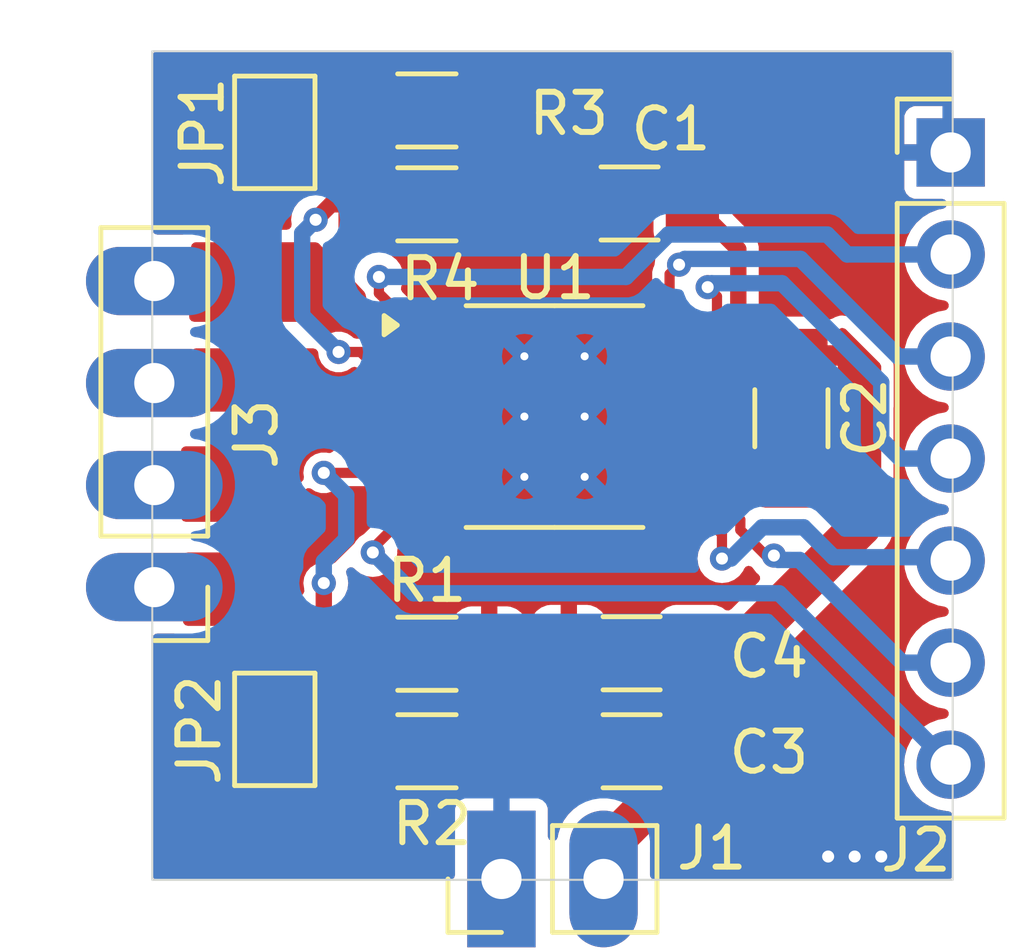
<source format=kicad_pcb>
(kicad_pcb (version 20240108) (generator "pcbnew") (generator_version "8.0")
  (layers (0 "F.Cu" signal) (31 "B.Cu" signal) (34 "B.Paste" user) (35 "F.Paste" user) (36 "B.SilkS" user "B.Silkscreen") (37 "F.SilkS" user "F.Silkscreen") (38 "B.Mask" user) (39 "F.Mask" user) (44 "Edge.Cuts" user))
  (net 0 "")
  (net 1 "GND")
  (net 2 "Net-(U1-VINT)")
  (net 3 "Net-(U1-VCP)")
  (net 4 "/VM")
  (net 5 "/BIN1")
  (net 6 "/AIN1")
  (net 7 "/BIN2")
  (net 8 "/AIN2")
  (net 9 "/~{SLEEP}")
  (net 10 "/~{FAULT}")
  (net 11 "/AOUT1")
  (net 12 "/BOUT1")
  (net 13 "/BOUT2")
  (net 14 "/AOUT2")
  (net 15 "Net-(JP1-A)")
  (net 16 "Net-(JP2-A)")
  (footprint "Connector_PinHeader_2.54mm:PinHeader_1x04_P2.54mm_Vertical" (layer "F.Cu") (at 29.0068 34.8996 180)
    (property "Reference" "J3" (at -2.54 3.81 -90) (layer "F.SilkS"))
    (property "Value" "Motor Out")
    (fp_line (start 1.33 1.27) (end 1.33 8.95) (stroke (width 0.12)) (layer "F.SilkS"))
    (fp_line (start -1.33 8.95) (end 1.33 8.95) (stroke (width 0.12)) (layer "F.SilkS"))
    (fp_line (start -1.33 1.27) (end 1.33 1.27) (stroke (width 0.12)) (layer "F.SilkS"))
    (fp_line (start -1.33 1.27) (end -1.33 8.95) (stroke (width 0.12)) (layer "F.SilkS"))
    (fp_line (start -1.33 0) (end -1.33 -1.33) (stroke (width 0.12)) (layer "F.SilkS"))
    (fp_line (start -1.33 -1.33) (end 0 -1.33) (stroke (width 0.12)) (layer "F.SilkS"))
    (pad "1" thru_hole oval (at 0 0 180) (size 3.4 1.7) (drill 1) (property pad_prop_castellated) (layers "*.Cu" "*.Mask") (net 12 "/BOUT1"))
    (pad "2" thru_hole oval (at 0 2.54 180) (size 3.4 1.7) (drill 1) (property pad_prop_castellated) (layers "*.Cu" "*.Mask") (net 13 "/BOUT2"))
    (pad "3" thru_hole oval (at 0 5.08 180) (size 3.4 1.7) (drill 1) (property pad_prop_castellated) (layers "*.Cu" "*.Mask") (net 14 "/AOUT2"))
    (pad "4" thru_hole oval (at 0 7.62 180) (size 3.4 1.7) (drill 1) (property pad_prop_castellated) (layers "*.Cu" "*.Mask") (net 11 "/AOUT1"))
  )
  (footprint "Package_SO:HTSSOP-16-1EP_4.4x5mm_P0.65mm_EP3.4x5mm_Mask2.46x2.31mm_ThermalVias" (layer "F.Cu") (at 38.9636 30.6536)
    (property "Reference" "U1" (at 0 -3.45 0) (layer "F.SilkS"))
    (property "Value" "DRV8833PWP")
    (fp_line (start 0 -2.76) (end -2.2 -2.76) (stroke (width 0.12)) (layer "F.SilkS"))
    (fp_line (start 0 -2.76) (end 2.2 -2.76) (stroke (width 0.12)) (layer "F.SilkS"))
    (fp_line (start 0 2.76) (end -2.2 2.76) (stroke (width 0.12)) (layer "F.SilkS"))
    (fp_line (start 0 2.76) (end 2.2 2.76) (stroke (width 0.12)) (layer "F.SilkS"))
    (fp_poly (pts (xy -3.91 -2.275) (xy -4.24 -2.515) (xy -4.24 -2.035) (xy -3.91 -2.275)) (stroke (width 0.12)) (fill solid) (layer "F.SilkS"))
    (pad "1" smd roundrect (at -2.8625 -2.275) (size 1.575 0.4) (layers "F.Cu" "F.Paste" "F.Mask") (net 9 "/~{SLEEP}"))
    (pad "2" smd roundrect (at -2.8625 -1.625) (size 1.575 0.4) (layers "F.Cu" "F.Paste" "F.Mask") (net 11 "/AOUT1"))
    (pad "3" smd roundrect (at -2.8625 -0.975) (size 1.575 0.4) (layers "F.Cu" "F.Paste" "F.Mask") (net 15 "Net-(JP1-A)"))
    (pad "4" smd roundrect (at -2.8625 -0.325) (size 1.575 0.4) (layers "F.Cu" "F.Paste" "F.Mask") (net 14 "/AOUT2"))
    (pad "5" smd roundrect (at -2.8625 0.325) (size 1.575 0.4) (layers "F.Cu" "F.Paste" "F.Mask") (net 13 "/BOUT2"))
    (pad "6" smd roundrect (at -2.8625 0.975) (size 1.575 0.4) (layers "F.Cu" "F.Paste" "F.Mask") (net 16 "Net-(JP2-A)"))
    (pad "7" smd roundrect (at -2.8625 1.625) (size 1.575 0.4) (layers "F.Cu" "F.Paste" "F.Mask") (net 12 "/BOUT1"))
    (pad "8" smd roundrect (at -2.8625 2.275) (size 1.575 0.4) (layers "F.Cu" "F.Paste" "F.Mask") (net 10 "/~{FAULT}"))
    (pad "9" smd roundrect (at 2.8625 2.275) (size 1.575 0.4) (layers "F.Cu" "F.Paste" "F.Mask") (net 5 "/BIN1"))
    (pad "10" smd roundrect (at 2.8625 1.625) (size 1.575 0.4) (layers "F.Cu" "F.Paste" "F.Mask") (net 7 "/BIN2"))
    (pad "11" smd roundrect (at 2.8625 0.975) (size 1.575 0.4) (layers "F.Cu" "F.Paste" "F.Mask") (net 3 "Net-(U1-VCP)"))
    (pad "12" smd roundrect (at 2.8625 0.325) (size 1.575 0.4) (layers "F.Cu" "F.Paste" "F.Mask") (net 4 "/VM"))
    (pad "13" smd roundrect (at 2.8625 -0.325) (size 1.575 0.4) (layers "F.Cu" "F.Paste" "F.Mask") (net 1 "GND"))
    (pad "14" smd roundrect (at 2.8625 -0.975) (size 1.575 0.4) (layers "F.Cu" "F.Paste" "F.Mask") (net 2 "Net-(U1-VINT)"))
    (pad "15" smd roundrect (at 2.8625 -1.625) (size 1.575 0.4) (layers "F.Cu" "F.Paste" "F.Mask") (net 8 "/AIN2"))
    (pad "16" smd roundrect (at 2.8625 -2.275) (size 1.575 0.4) (layers "F.Cu" "F.Paste" "F.Mask") (net 6 "/AIN1"))
    (pad "17" thru_hole circle (at -0.75 -1.5) (size 0.5 0.5) (drill 0.2) (property pad_prop_heatsink) (layers "*.Cu") (net 1 "GND"))
    (pad "17" thru_hole circle (at -0.75 0) (size 0.5 0.5) (drill 0.2) (property pad_prop_heatsink) (layers "*.Cu") (net 1 "GND"))
    (pad "17" thru_hole circle (at -0.75 1.5) (size 0.5 0.5) (drill 0.2) (property pad_prop_heatsink) (layers "*.Cu") (net 1 "GND"))
    (pad "17" smd rect (at 0 0) (size 2 3.5) (property pad_prop_heatsink) (layers "B.Cu") (net 1 "GND"))
    (pad "17" smd rect (at 0 0) (size 3.4 5) (property pad_prop_heatsink) (layers "F.Cu") (net 1 "GND"))
    (pad "17" thru_hole circle (at 0.75 -1.5) (size 0.5 0.5) (drill 0.2) (property pad_prop_heatsink) (layers "*.Cu") (net 1 "GND"))
    (pad "17" thru_hole circle (at 0.75 0) (size 0.5 0.5) (drill 0.2) (property pad_prop_heatsink) (layers "*.Cu") (net 1 "GND"))
    (pad "17" thru_hole circle (at 0.75 1.5) (size 0.5 0.5) (drill 0.2) (property pad_prop_heatsink) (layers "*.Cu") (net 1 "GND"))
  )
  (footprint "Resistor_SMD:R_1206_3216Metric_Pad1.30x1.75mm_HandSolder" (layer "F.Cu") (at 35.788 23.0336)
    (property "Reference" "R3" (at 3.5312 0.0804 0) (layer "F.SilkS"))
    (property "Value" "1R3")
    (fp_line (start -0.727064 -0.91) (end 0.727064 -0.91) (stroke (width 0.12)) (layer "F.SilkS"))
    (fp_line (start -0.727064 0.91) (end 0.727064 0.91) (stroke (width 0.12)) (layer "F.SilkS"))
    (pad "1" smd roundrect (at -1.55 0) (size 1.3 1.75) (layers "F.Cu" "F.Paste" "F.Mask") (roundrect_rratio 0.192308) (net 15 "Net-(JP1-A)"))
    (pad "2" smd roundrect (at 1.55 0) (size 1.3 1.75) (layers "F.Cu" "F.Paste" "F.Mask") (roundrect_rratio 0.192308) (net 1 "GND"))
  )
  (footprint "Resistor_SMD:R_1206_3216Metric_Pad1.30x1.75mm_HandSolder" (layer "F.Cu") (at 35.788 25.3704)
    (property "Reference" "R4" (at 0.3308 1.8584 0) (layer "F.SilkS"))
    (property "Value" "1R3")
    (fp_line (start -0.727064 -0.91) (end 0.727064 -0.91) (stroke (width 0.12)) (layer "F.SilkS"))
    (fp_line (start -0.727064 0.91) (end 0.727064 0.91) (stroke (width 0.12)) (layer "F.SilkS"))
    (pad "1" smd roundrect (at -1.55 0) (size 1.3 1.75) (layers "F.Cu" "F.Paste" "F.Mask") (roundrect_rratio 0.192308) (net 15 "Net-(JP1-A)"))
    (pad "2" smd roundrect (at 1.55 0) (size 1.3 1.75) (layers "F.Cu" "F.Paste" "F.Mask") (roundrect_rratio 0.192308) (net 1 "GND"))
  )
  (footprint "Connector_PinHeader_2.54mm:PinHeader_1x07_P2.54mm_Vertical" (layer "F.Cu") (at 48.8188 24.0792)
    (property "Reference" "J2" (at -0.8636 17.3736 0) (layer "F.SilkS"))
    (property "Value" "Command")
    (fp_line (start -1.33 -1.33) (end 0 -1.33) (stroke (width 0.12)) (layer "F.SilkS"))
    (fp_line (start -1.33 0) (end -1.33 -1.33) (stroke (width 0.12)) (layer "F.SilkS"))
    (fp_line (start -1.33 1.27) (end -1.33 16.57) (stroke (width 0.12)) (layer "F.SilkS"))
    (fp_line (start -1.33 1.27) (end 1.33 1.27) (stroke (width 0.12)) (layer "F.SilkS"))
    (fp_line (start -1.33 16.57) (end 1.33 16.57) (stroke (width 0.12)) (layer "F.SilkS"))
    (fp_line (start 1.33 1.27) (end 1.33 16.57) (stroke (width 0.12)) (layer "F.SilkS"))
    (pad "1" thru_hole rect (at 0 0) (size 1.7 1.7) (drill 1) (property pad_prop_castellated) (layers "*.Cu" "*.Mask") (net 1 "GND"))
    (pad "2" thru_hole oval (at 0 2.54) (size 1.7 1.7) (drill 1) (property pad_prop_castellated) (layers "*.Cu" "*.Mask") (net 9 "/~{SLEEP}"))
    (pad "3" thru_hole oval (at 0 5.08) (size 1.7 1.7) (drill 1) (property pad_prop_castellated) (layers "*.Cu" "*.Mask") (net 6 "/AIN1"))
    (pad "4" thru_hole oval (at 0 7.62) (size 1.7 1.7) (drill 1) (property pad_prop_castellated) (layers "*.Cu" "*.Mask") (net 8 "/AIN2"))
    (pad "5" thru_hole oval (at 0 10.16) (size 1.7 1.7) (drill 1) (property pad_prop_castellated) (layers "*.Cu" "*.Mask") (net 5 "/BIN1"))
    (pad "6" thru_hole oval (at 0 12.7) (size 1.7 1.7) (drill 1) (property pad_prop_castellated) (layers "*.Cu" "*.Mask") (net 7 "/BIN2"))
    (pad "7" thru_hole oval (at 0 15.24) (size 1.7 1.7) (drill 1) (property pad_prop_castellated) (layers "*.Cu" "*.Mask") (net 10 "/~{FAULT}"))
  )
  (footprint "Connector_PinHeader_2.54mm:PinHeader_1x02_P2.54mm_Vertical" (layer "F.Cu") (at 37.6428 42.164 90)
    (property "Reference" "J1" (at 0.762 5.2324 0) (layer "F.SilkS"))
    (property "Value" "Power Input")
    (fp_line (start -1.33 -1.33) (end 0 -1.33) (stroke (width 0.12)) (layer "F.SilkS"))
    (fp_line (start -1.33 0) (end -1.33 -1.33) (stroke (width 0.12)) (layer "F.SilkS"))
    (fp_line (start 1.33 1.27) (end 1.33 3.87) (stroke (width 0.12)) (layer "F.SilkS"))
    (fp_line (start -1.33 1.27) (end 1.33 1.27) (stroke (width 0.12)) (layer "F.SilkS"))
    (fp_line (start -1.33 1.27) (end -1.33 3.87) (stroke (width 0.12)) (layer "F.SilkS"))
    (fp_line (start -1.33 3.87) (end 1.33 3.87) (stroke (width 0.12)) (layer "F.SilkS"))
    (pad "1" thru_hole rect (at 0 0 90) (size 3.4 1.7) (drill 1) (property pad_prop_castellated) (layers "*.Cu" "*.Mask") (net 1 "GND"))
    (pad "2" thru_hole oval (at 0 2.54 90) (size 3.4 1.7) (drill 1) (property pad_prop_castellated) (layers "*.Cu" "*.Mask") (net 4 "/VM"))
  )
  (footprint "Capacitor_SMD:C_1206_3216Metric_Pad1.33x1.80mm_HandSolder" (layer "F.Cu") (at 40.8817 36.5464 180)
    (property "Reference" "C4" (at -3.4159 -0.0804 180) (layer "F.SilkS"))
    (property "Value" "10u")
    (fp_line (start -0.711252 0.91) (end 0.711252 0.91) (stroke (width 0.12)) (layer "F.SilkS"))
    (fp_line (start -0.711252 -0.91) (end 0.711252 -0.91) (stroke (width 0.12)) (layer "F.SilkS"))
    (pad "1" smd roundrect (at -1.5625 0 180) (size 1.325 1.8) (layers "F.Cu" "F.Paste" "F.Mask") (roundrect_rratio 0.188679) (net 4 "/VM"))
    (pad "2" smd roundrect (at 1.5625 0 180) (size 1.325 1.8) (layers "F.Cu" "F.Paste" "F.Mask") (roundrect_rratio 0.188679) (net 1 "GND"))
  )
  (footprint "Capacitor_SMD:C_1206_3216Metric_Pad1.33x1.80mm_HandSolder" (layer "F.Cu") (at 44.8564 30.6955 -90)
    (property "Reference" "C2" (at -0.0123 -1.8288 90) (layer "F.SilkS"))
    (property "Value" "100n")
    (fp_line (start -0.711252 0.91) (end 0.711252 0.91) (stroke (width 0.12)) (layer "F.SilkS"))
    (fp_line (start -0.711252 -0.91) (end 0.711252 -0.91) (stroke (width 0.12)) (layer "F.SilkS"))
    (pad "1" smd roundrect (at -1.5625 0 270) (size 1.325 1.8) (layers "F.Cu" "F.Paste" "F.Mask") (roundrect_rratio 0.188679) (net 4 "/VM"))
    (pad "2" smd roundrect (at 1.5625 0 270) (size 1.325 1.8) (layers "F.Cu" "F.Paste" "F.Mask") (roundrect_rratio 0.188679) (net 3 "Net-(U1-VCP)"))
  )
  (footprint "Capacitor_SMD:C_1206_3216Metric_Pad1.33x1.80mm_HandSolder" (layer "F.Cu") (at 40.8817 38.9848 180)
    (property "Reference" "C3" (at -3.4159 -0.0296 180) (layer "F.SilkS"))
    (property "Value" "10u")
    (fp_line (start -0.711252 0.91) (end 0.711252 0.91) (stroke (width 0.12)) (layer "F.SilkS"))
    (fp_line (start -0.711252 -0.91) (end 0.711252 -0.91) (stroke (width 0.12)) (layer "F.SilkS"))
    (pad "1" smd roundrect (at -1.5625 0 180) (size 1.325 1.8) (layers "F.Cu" "F.Paste" "F.Mask") (roundrect_rratio 0.188679) (net 4 "/VM"))
    (pad "2" smd roundrect (at 1.5625 0 180) (size 1.325 1.8) (layers "F.Cu" "F.Paste" "F.Mask") (roundrect_rratio 0.188679) (net 1 "GND"))
  )
  (footprint "Jumper:SolderJumper-2_P1.3mm_Open_TrianglePad1.0x1.5mm" (layer "F.Cu") (at 32.004 38.4398 -90)
    (property "Reference" "JP2" (at 0.0158 1.8796 90) (layer "F.SilkS"))
    (property "Value" "BISEN")
    (fp_line (start -1.4 1) (end -1.4 -1) (stroke (width 0.12)) (layer "F.SilkS"))
    (fp_line (start 1.4 1) (end -1.4 1) (stroke (width 0.12)) (layer "F.SilkS"))
    (fp_line (start -1.4 -1) (end 1.4 -1) (stroke (width 0.12)) (layer "F.SilkS"))
    (fp_line (start 1.4 -1) (end 1.4 1) (stroke (width 0.12)) (layer "F.SilkS"))
    (pad "1" smd custom (at -0.725 0 270) (size 0.3 0.3) (layers "F.Cu" "F.Mask") (net 16 "Net-(JP2-A)") (options (clearance outline) (anchor rect)) (primitives (gr_poly (pts (xy 1 0) (xy 0.5 0.75) (xy -0.5 0.75) (xy -0.5 -0.75) (xy 0.5 -0.75)) (width 0) (fill yes))))
    (pad "2" smd custom (at 0.725 0 270) (size 0.3 0.3) (layers "F.Cu" "F.Mask") (net 1 "GND") (options (clearance outline) (anchor rect)) (primitives (gr_poly (pts (xy 0.5 0.75) (xy -0.65 0.75) (xy -0.15 0) (xy -0.65 -0.75) (xy 0.5 -0.75)) (width 0) (fill yes))))
  )
  (footprint "Capacitor_SMD:C_1206_3216Metric_Pad1.33x1.80mm_HandSolder" (layer "F.Cu") (at 40.8309 25.3492)
    (property "Reference" "C1" (at 1.0283 -1.85 0) (layer "F.SilkS"))
    (property "Value" "10u")
    (fp_line (start -0.711252 -0.91) (end 0.711252 -0.91) (stroke (width 0.12)) (layer "F.SilkS"))
    (fp_line (start -0.711252 0.91) (end 0.711252 0.91) (stroke (width 0.12)) (layer "F.SilkS"))
    (pad "1" smd roundrect (at -1.5625 0) (size 1.325 1.8) (layers "F.Cu" "F.Paste" "F.Mask") (roundrect_rratio 0.188679) (net 1 "GND"))
    (pad "2" smd roundrect (at 1.5625 0) (size 1.325 1.8) (layers "F.Cu" "F.Paste" "F.Mask") (roundrect_rratio 0.188679) (net 2 "Net-(U1-VINT)"))
  )
  (footprint "Jumper:SolderJumper-2_P1.3mm_Open_TrianglePad1.0x1.5mm" (layer "F.Cu") (at 32.004 23.5786 90)
    (property "Reference" "JP1" (at 0 -1.8 -90) (layer "F.SilkS"))
    (property "Value" "AISEN")
    (fp_line (start 1.4 -1) (end 1.4 1) (stroke (width 0.12)) (layer "F.SilkS"))
    (fp_line (start -1.4 -1) (end 1.4 -1) (stroke (width 0.12)) (layer "F.SilkS"))
    (fp_line (start 1.4 1) (end -1.4 1) (stroke (width 0.12)) (layer "F.SilkS"))
    (fp_line (start -1.4 1) (end -1.4 -1) (stroke (width 0.12)) (layer "F.SilkS"))
    (pad "1" smd custom (at -0.725 0 90) (size 0.3 0.3) (layers "F.Cu" "F.Mask") (net 15 "Net-(JP1-A)") (options (clearance outline) (anchor rect)) (primitives (gr_poly (pts (xy 1 0) (xy 0.5 0.75) (xy -0.5 0.75) (xy -0.5 -0.75) (xy 0.5 -0.75)) (width 0) (fill yes))))
    (pad "2" smd custom (at 0.725 0 90) (size 0.3 0.3) (layers "F.Cu" "F.Mask") (net 1 "GND") (options (clearance outline) (anchor rect)) (primitives (gr_poly (pts (xy 0.5 0.75) (xy -0.65 0.75) (xy -0.15 0) (xy -0.65 -0.75) (xy 0.5 -0.75)) (width 0) (fill yes))))
  )
  (footprint "Resistor_SMD:R_1206_3216Metric_Pad1.30x1.75mm_HandSolder" (layer "F.Cu") (at 35.7892 38.9848)
    (property "Reference" "R2" (at 0.1264 1.8076 0) (layer "F.SilkS"))
    (property "Value" "1R3")
    (fp_line (start -0.727064 -0.91) (end 0.727064 -0.91) (stroke (width 0.12)) (layer "F.SilkS"))
    (fp_line (start -0.727064 0.91) (end 0.727064 0.91) (stroke (width 0.12)) (layer "F.SilkS"))
    (pad "1" smd roundrect (at -1.55 0) (size 1.3 1.75) (layers "F.Cu" "F.Paste" "F.Mask") (roundrect_rratio 0.192308) (net 16 "Net-(JP2-A)"))
    (pad "2" smd roundrect (at 1.55 0) (size 1.3 1.75) (layers "F.Cu" "F.Paste" "F.Mask") (roundrect_rratio 0.192308) (net 1 "GND"))
  )
  (footprint "Resistor_SMD:R_1206_3216Metric_Pad1.30x1.75mm_HandSolder" (layer "F.Cu") (at 35.7892 36.5584)
    (property "Reference" "R1" (at 0 -1.82 0) (layer "F.SilkS"))
    (property "Value" "1R3")
    (fp_line (start -0.727064 -0.91) (end 0.727064 -0.91) (stroke (width 0.12)) (layer "F.SilkS"))
    (fp_line (start -0.727064 0.91) (end 0.727064 0.91) (stroke (width 0.12)) (layer "F.SilkS"))
    (pad "1" smd roundrect (at -1.55 0) (size 1.3 1.75) (layers "F.Cu" "F.Paste" "F.Mask") (roundrect_rratio 0.192308) (net 16 "Net-(JP2-A)"))
    (pad "2" smd roundrect (at 1.55 0) (size 1.3 1.75) (layers "F.Cu" "F.Paste" "F.Mask") (roundrect_rratio 0.192308) (net 1 "GND"))
  )
  (gr_rect (start 28.956 21.5604) (end 48.8696 42.1852) (stroke (width 0.05)) (fill none) (layer "Edge.Cuts"))
  (segment (start 39.2886 30.3286) (end 38.9636 30.6536) (width 0.254) (layer "F.Cu") (net 1))
  (segment (start 41.8261 30.3286) (end 39.2886 30.3286) (width 0.254) (layer "F.Cu") (net 1))
  (via (at 45.7708 41.6052) (size 0.6) (drill 0.3) (layers "F.Cu" "B.Cu") (net 1))
  (via (at 46.4312 41.6052) (size 0.6) (drill 0.3) (layers "F.Cu" "B.Cu") (net 1))
  (via (at 47.0916 41.6052) (size 0.6) (drill 0.3) (layers "F.Cu" "B.Cu") (net 1))
  (segment (start 43.0162 29.6786) (end 41.8261 29.6786) (width 0.4064) (layer "F.Cu") (net 2))
  (segment (start 42.3934 25.3492) (end 43.5356 26.4914) (width 0.4064) (layer "F.Cu") (net 2))
  (segment (start 43.5356 29.1592) (end 43.0162 29.6786) (width 0.4064) (layer "F.Cu") (net 2))
  (segment (start 43.5356 26.4914) (end 43.5356 29.1592) (width 0.4064) (layer "F.Cu") (net 2))
  (segment (start 44.7548 32.258) (end 43.371016 32.258) (width 0.4064) (layer "F.Cu") (net 3))
  (segment (start 42.741616 31.6286) (end 41.8261 31.6286) (width 0.4064) (layer "F.Cu") (net 3))
  (segment (start 43.371016 32.258) (end 42.741616 31.6286) (width 0.4064) (layer "F.Cu") (net 3))
  (segment (start 42.4442 36.5464) (end 43.4128 36.5464) (width 1.016) (layer "F.Cu") (net 4))
  (segment (start 40.1828 42.164) (end 40.1828 41.4528) (width 1.016) (layer "F.Cu") (net 4))
  (segment (start 42.4442 38.9848) (end 42.4442 36.5464) (width 1.016) (layer "F.Cu") (net 4))
  (segment (start 42.4442 39.1914) (end 42.4442 38.9848) (width 1.016) (layer "F.Cu") (net 4))
  (segment (start 40.1828 41.4528) (end 42.4442 39.1914) (width 1.016) (layer "F.Cu") (net 4))
  (segment (start 46.5836 33.3756) (end 46.5836 30.1752) (width 1.016) (layer "F.Cu") (net 4))
  (segment (start 43.4128 36.5464) (end 46.5836 33.3756) (width 1.016) (layer "F.Cu") (net 4))
  (segment (start 42.479 32.9286) (end 43.1292 33.5788) (width 0.254) (layer "F.Cu") (net 5))
  (segment (start 41.8261 32.9286) (end 42.479 32.9286) (width 0.254) (layer "F.Cu") (net 5))
  (segment (start 43.1292 33.5788) (end 43.1292 34.1884) (width 0.254) (layer "F.Cu") (net 5))
  (via (at 43.1292 34.1884) (size 0.6) (drill 0.3) (layers "F.Cu" "B.Cu") (net 5))
  (segment (start 45.1612 33.4102) (end 44.130355 33.4102) (width 0.4064) (layer "B.Cu") (net 5))
  (segment (start 44.130355 33.4102) (end 43.748677 33.791878) (width 0.4064) (layer "B.Cu") (net 5))
  (segment (start 45.9059 34.1549) (end 45.1612 33.4102) (width 0.4064) (layer "B.Cu") (net 5))
  (segment (start 43.352155 34.1884) (end 43.1292 34.1884) (width 0.4064) (layer "B.Cu") (net 5))
  (segment (start 43.748677 33.791878) (end 43.352155 34.1884) (width 0.4064) (layer "B.Cu") (net 5))
  (segment (start 48.7345 34.1549) (end 45.9059 34.1549) (width 0.4064) (layer "B.Cu") (net 5))
  (segment (start 48.8188 34.2392) (end 48.7345 34.1549) (width 0.4064) (layer "B.Cu") (net 5))
  (segment (start 41.8261 28.3786) (end 41.8261 27.1095) (width 0.254) (layer "F.Cu") (net 6))
  (segment (start 41.8261 27.1095) (end 42.0624 26.8732) (width 0.254) (layer "F.Cu") (net 6))
  (via (at 42.0624 26.8732) (size 0.6) (drill 0.3) (layers "F.Cu" "B.Cu") (net 6))
  (segment (start 47.5142 29.1592) (end 45.0838 26.7288) (width 0.4064) (layer "B.Cu") (net 6))
  (segment (start 45.0838 26.7288) (end 42.2068 26.7288) (width 0.4064) (layer "B.Cu") (net 6))
  (segment (start 48.8188 29.1592) (end 47.5142 29.1592) (width 0.4064) (layer "B.Cu") (net 6))
  (segment (start 42.2068 26.7288) (end 42.0624 26.8732) (width 0.4064) (layer "B.Cu") (net 6))
  (segment (start 43.5864 33.2232) (end 43.5864 33.4772) (width 0.254) (layer "F.Cu") (net 7))
  (segment (start 43.5864 33.4772) (end 44.2226 34.1134) (width 0.254) (layer "F.Cu") (net 7))
  (segment (start 44.2226 34.1134) (end 44.42163 34.1134) (width 0.254) (layer "F.Cu") (net 7))
  (segment (start 42.6418 32.2786) (end 43.5864 33.2232) (width 0.254) (layer "F.Cu") (net 7))
  (segment (start 41.8261 32.2786) (end 42.6418 32.2786) (width 0.254) (layer "F.Cu") (net 7))
  (via (at 44.42163 34.1134) (size 0.6) (drill 0.3) (layers "F.Cu" "B.Cu") (net 7))
  (segment (start 48.8188 36.7792) (end 47.6158 36.7792) (width 0.4064) (layer "B.Cu") (net 7))
  (segment (start 47.6158 36.7792) (end 45.0596 34.223) (width 0.4064) (layer "B.Cu") (net 7))
  (segment (start 45.0596 34.223) (end 44.8056 34.223) (width 0.4064) (layer "B.Cu") (net 7))
  (segment (start 44.53123 34.223) (end 44.42163 34.1134) (width 0.4064) (layer "B.Cu") (net 7))
  (segment (start 44.8056 34.223) (end 44.53123 34.223) (width 0.4064) (layer "B.Cu") (net 7))
  (segment (start 43.0054 28.7242) (end 43.0054 27.6638) (width 0.254) (layer "F.Cu") (net 8))
  (segment (start 41.8261 29.0286) (end 42.701 29.0286) (width 0.254) (layer "F.Cu") (net 8))
  (segment (start 43.0054 27.6638) (end 42.7736 27.432) (width 0.254) (layer "F.Cu") (net 8))
  (segment (start 42.701 29.0286) (end 43.0054 28.7242) (width 0.254) (layer "F.Cu") (net 8))
  (via (at 42.7736 27.432) (size 0.6) (drill 0.3) (layers "F.Cu" "B.Cu") (net 8))
  (segment (start 42.8704 27.3352) (end 42.7736 27.432) (width 0.4064) (layer "B.Cu") (net 8))
  (segment (start 44.6234 27.3352) (end 42.8704 27.3352) (width 0.4064) (layer "B.Cu") (net 8))
  (segment (start 47.0916 29.8034) (end 44.6234 27.3352) (width 0.4064) (layer "B.Cu") (net 8))
  (segment (start 47.0916 31.2258) (end 47.0916 29.8034) (width 0.4064) (layer "B.Cu") (net 8))
  (segment (start 47.565 31.6992) (end 47.0916 31.2258) (width 0.4064) (layer "B.Cu") (net 8))
  (segment (start 48.8188 31.6992) (end 47.565 31.6992) (width 0.4064) (layer "B.Cu") (net 8))
  (segment (start 34.5948 27.178) (end 34.5948 27.5844) (width 0.254) (layer "F.Cu") (net 9))
  (segment (start 34.5948 27.5844) (end 35.389 28.3786) (width 0.254) (layer "F.Cu") (net 9))
  (segment (start 35.389 28.3786) (end 36.1011 28.3786) (width 0.254) (layer "F.Cu") (net 9))
  (via (at 34.5948 27.178) (size 0.6) (drill 0.3) (layers "F.Cu" "B.Cu") (net 9))
  (segment (start 45.7474 26.1224) (end 41.7972 26.1224) (width 0.4064) (layer "B.Cu") (net 9))
  (segment (start 41.7972 26.1224) (end 40.7416 27.178) (width 0.4064) (layer "B.Cu") (net 9))
  (segment (start 48.8188 26.6192) (end 46.2442 26.6192) (width 0.4064) (layer "B.Cu") (net 9))
  (segment (start 46.2442 26.6192) (end 45.7474 26.1224) (width 0.4064) (layer "B.Cu") (net 9))
  (segment (start 40.7416 27.178) (end 34.5948 27.178) (width 0.4064) (layer "B.Cu") (net 9))
  (segment (start 34.4424 33.9344) (end 34.4424 34.036) (width 0.254) (layer "F.Cu") (net 10))
  (segment (start 35.4482 32.9286) (end 34.4424 33.9344) (width 0.254) (layer "F.Cu") (net 10))
  (segment (start 36.1011 32.9286) (end 35.4482 32.9286) (width 0.254) (layer "F.Cu") (net 10))
  (via (at 34.4424 34.036) (size 0.6) (drill 0.3) (layers "F.Cu" "B.Cu") (net 10))
  (segment (start 35.4584 35.052) (end 34.4424 34.036) (width 0.4064) (layer "B.Cu") (net 10))
  (segment (start 44.5516 35.052) (end 35.4584 35.052) (width 0.4064) (layer "B.Cu") (net 10))
  (segment (start 48.8188 39.3192) (end 44.5516 35.052) (width 0.4064) (layer "B.Cu") (net 10))
  (segment (start 33.1712 24.3036) (end 34.238 25.3704) (width 0.4064) (layer "F.Cu") (net 15))
  (segment (start 34.238 23.2368) (end 33.1712 24.3036) (width 0.4064) (layer "F.Cu") (net 15))
  (segment (start 34.238 25.3704) (end 33.4052 25.3704) (width 0.4064) (layer "F.Cu") (net 15))
  (segment (start 33.590697 29.045703) (end 34.1376 29.045703) (width 0.254) (layer "F.Cu") (net 15))
  (segment (start 33.4052 25.3704) (end 33.02 25.7556) (width 0.4064) (layer "F.Cu") (net 15))
  (segment (start 34.1376 29.045703) (end 34.770497 29.6786) (width 0.254) (layer "F.Cu") (net 15))
  (segment (start 34.238 23.0336) (end 34.238 23.2368) (width 0.4064) (layer "F.Cu") (net 15))
  (segment (start 34.770497 29.6786) (end 36.1011 29.6786) (width 0.254) (layer "F.Cu") (net 15))
  (segment (start 32.004 24.3036) (end 33.1712 24.3036) (width 0.4064) (layer "F.Cu") (net 15))
  (via (at 33.590697 29.045703) (size 0.6) (drill 0.3) (layers "F.Cu" "B.Cu") (net 15))
  (via (at 33.02 25.7556) (size 0.6) (drill 0.3) (layers "F.Cu" "B.Cu") (net 15))
  (segment (start 32.685138 26.090462) (end 33.02 25.7556) (width 0.4064) (layer "B.Cu") (net 15))
  (segment (start 33.590697 29.045703) (end 32.685138 28.140144) (width 0.4064) (layer "B.Cu") (net 15))
  (segment (start 32.685138 28.140144) (end 32.685138 26.090462) (width 0.4064) (layer "B.Cu") (net 15))
  (segment (start 34.2392 38.8712) (end 33.0828 37.7148) (width 0.4064) (layer "F.Cu") (net 16))
  (segment (start 32.004 37.7148) (end 33.0828 37.7148) (width 0.4064) (layer "F.Cu") (net 16))
  (segment (start 33.2232 35.5424) (end 34.2392 36.5584) (width 0.4064) (layer "F.Cu") (net 16))
  (segment (start 34.2392 38.9848) (end 34.2392 38.8712) (width 0.4064) (layer "F.Cu") (net 16))
  (segment (start 34.1884 32.0548) (end 34.6146 31.6286) (width 0.254) (layer "F.Cu") (net 16))
  (segment (start 34.6146 31.6286) (end 36.1011 31.6286) (width 0.254) (layer "F.Cu") (net 16))
  (segment (start 33.0828 37.7148) (end 34.2392 36.5584) (width 0.4064) (layer "F.Cu") (net 16))
  (segment (start 33.2232 32.0548) (end 34.1884 32.0548) (width 0.254) (layer "F.Cu") (net 16))
  (segment (start 33.2232 34.798) (end 33.2232 35.5424) (width 0.4064) (layer "F.Cu") (net 16))
  (via (at 33.2232 32.0548) (size 0.6) (drill 0.3) (layers "F.Cu" "B.Cu") (net 16))
  (via (at 33.2232 34.798) (size 0.6) (drill 0.3) (layers "F.Cu" "B.Cu") (net 16))
  (segment (start 33.782 32.6136) (end 33.782 33.701925) (width 0.4064) (layer "B.Cu") (net 16))
  (segment (start 33.2232 34.260725) (end 33.2232 34.798) (width 0.4064) (layer "B.Cu") (net 16))
  (segment (start 33.782 33.701925) (end 33.2232 34.260725) (width 0.4064) (layer "B.Cu") (net 16))
  (segment (start 33.2232 32.0548) (end 33.782 32.6136) (width 0.4064) (layer "B.Cu") (net 16))
  (zone (net 11) (net_name "/AOUT1") (layer "F.Cu") (priority 1) (connect_pads yes (clearance 0.2032)) (min_thickness 0.25) (fill yes (thermal_gap 0.5) (thermal_bridge_width 0.5))
    (polygon (pts (xy 36.1696 29.21) (xy 33.4772 29.21) (xy 32.5628 28.2956) (xy 29.8704 28.2956) (xy 29.9212 26.3144) (xy 33.0708 26.3144) (xy 35.4076 28.8036) (xy 36.1696 28.8036) (xy 36.1696 29.1592)))
  )
  (zone (net 14) (net_name "/AOUT2") (layer "F.Cu") (priority 4) (connect_pads yes (clearance 0.2032)) (min_thickness 0.25) (fill yes (thermal_gap 0.5) (thermal_bridge_width 0.5))
    (polygon (pts (xy 36.068 30.5308) (xy 29.9212 30.5308) (xy 29.9212 28.956) (xy 33.782 28.956) (xy 34.8996 30.1244) (xy 36.068 30.1244)))
  )
  (zone (net 4) (net_name "/VM") (layer "F.Cu") (priority 5) (connect_pads (clearance 0.254)) (min_thickness 0.25) (fill yes (thermal_gap 0.254) (thermal_bridge_width 0.508))
    (polygon (pts (xy 41.8592 31.1912) (xy 43.5864 31.1912) (xy 44.45 30.5308) (xy 47.0916 30.5308) (xy 47.0916 29.3624) (xy 46.1772 28.448) (xy 44.0436 28.448) (xy 44.0436 29.718) (xy 42.9768 30.7848) (xy 41.8592 30.7848)))
  )
  (zone (net 12) (net_name "/BOUT1") (layer "F.Cu") (priority 3) (connect_pads yes (clearance 0.2032)) (min_thickness 0.25) (fill yes (thermal_gap 0.5) (thermal_bridge_width 0.5))
    (polygon (pts (xy 36.1188 31.9532) (xy 33.274 31.9532) (xy 31.1912 34.036) (xy 29.718 34.036) (xy 29.718 35.8648) (xy 31.9024 35.8648) (xy 35.306 32.512) (xy 36.1188 32.512)))
  )
  (zone (net 13) (net_name "/BOUT2") (layer "F.Cu") (priority 2) (connect_pads yes (clearance 0.2032)) (min_thickness 0.25) (fill yes (thermal_gap 0.5) (thermal_bridge_width 0.5))
    (polygon (pts (xy 36.1696 31.1912) (xy 33.782 31.1912) (xy 31.6992 33.274) (xy 29.6672 33.274) (xy 29.6672 31.3944) (xy 30.3276 31.3944) (xy 30.988 30.734) (xy 36.1188 30.734)))
  )
  (zone (net 1) (net_name "GND") (layers "F&B.Cu") (connect_pads (clearance 0.3048)) (min_thickness 0.25) (fill yes (thermal_gap 0.3048) (thermal_bridge_width 0.4064))
    (polygon (pts (xy 28.8544 21.4376) (xy 48.9712 21.3868) (xy 49.022 42.418) (xy 28.8036 42.418)))
  )
)
</source>
